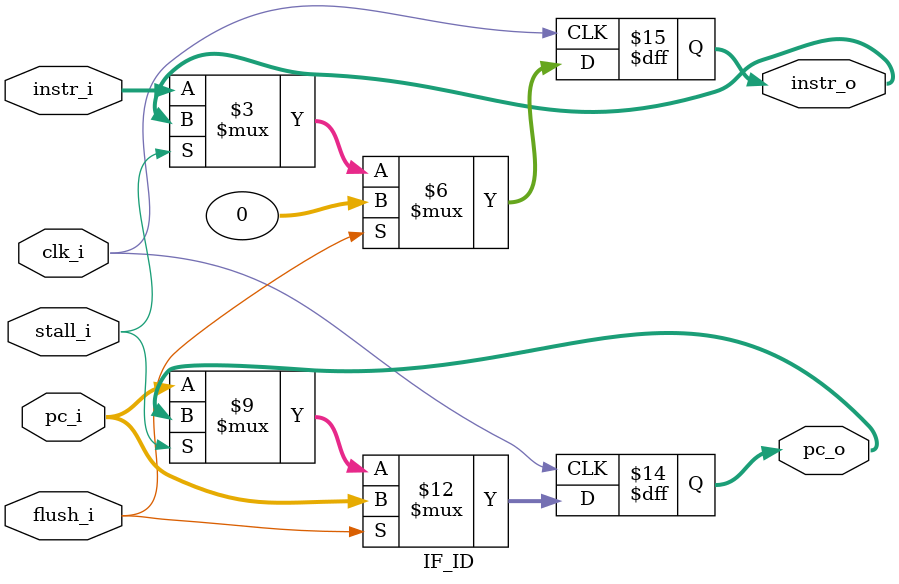
<source format=v>
module IF_ID(
    clk_i      ,
    pc_i       ,
    instr_i    ,
    stall_i    ,
    flush_i    ,

    pc_o 	   ,
    instr_o   
);

input 				clk_i;
input   	[31:0]  pc_i;
input		[31:0] 	instr_i;
input				stall_i;
input				flush_i;

output reg  [31:0]	pc_o;
output reg	[31:0]	instr_o;

always @(posedge clk_i) begin
	if(flush_i) begin
		pc_o 	<= pc_i;
		instr_o <= 32'b0;
	end
	else begin
		if(stall_i) begin
			pc_o 	<= pc_o;
			instr_o <= instr_o;
		end
		else begin
			pc_o	<= pc_i;
			instr_o <= instr_i;
		end
	end
end

endmodule

</source>
